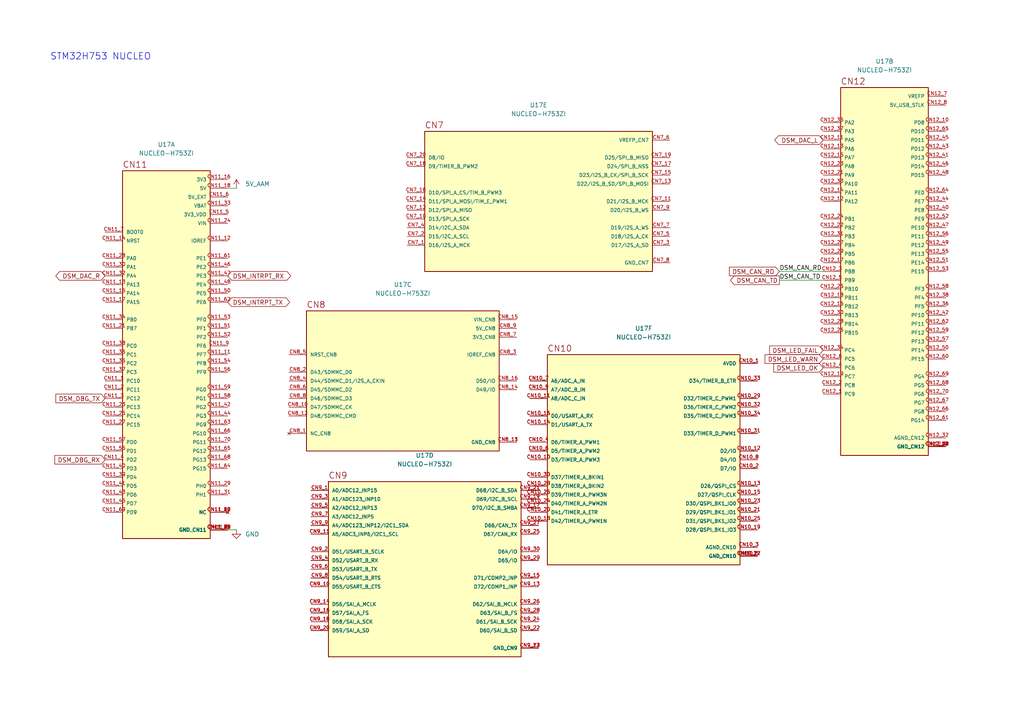
<source format=kicad_sch>
(kicad_sch (version 20250114) (generator "eeschema") (generator_version "9.0")
  (paper "A4")
  (lib_symbols
    (symbol "NUCLEO-H753ZI:NUCLEO-H753ZI" (pin_names (offset 1.016))
      (property "Reference" "U" (at -12.7 57.15 0))
      (property "Value" "NUCLEO-H753ZI" (at -12.7 -54.61 0))
      (symbol "NUCLEO-H753ZI_1_0"
        (rectangle (start -12.7 -53.34) (end 12.7 53.34) (stroke (width 0.254)) (fill (type background)))
        (text "CN11" (at -12.7 54.102 0) (effects (font (size 1.778 1.778)) (justify left bottom)))
        (pin input line (at -17.78 35.56 0) (length 5.08) (name "BOOT0") (number "CN11_7"))
        (pin input line (at -17.78 33.02 0) (length 5.08) (name "NRST") (number "CN11_14"))
        (pin bidirectional line (at -17.78 27.94 0) (length 5.08) (name "PA0") (number "CN11_28"))
        (pin bidirectional line (at -17.78 25.4 0) (length 5.08) (name "PA1") (number "CN11_30"))
        (pin bidirectional line (at -17.78 22.86 0) (length 5.08) (name "PA4") (number "CN11_32"))
        (pin bidirectional line (at -17.78 20.32 0) (length 5.08) (name "PA13") (number "CN11_13"))
        (pin bidirectional line (at -17.78 17.78 0) (length 5.08) (name "PA14") (number "CN11_15"))
        (pin bidirectional line (at -17.78 15.24 0) (length 5.08) (name "PA15") (number "CN11_17"))
        (pin bidirectional line (at -17.78 10.16 0) (length 5.08) (name "PB0") (number "CN11_34"))
        (pin bidirectional line (at -17.78 7.62 0) (length 5.08) (name "PB7") (number "CN11_21"))
        (pin bidirectional line (at -17.78 2.54 0) (length 5.08) (name "PC0") (number "CN11_38"))
        (pin bidirectional line (at -17.78 0 0) (length 5.08) (name "PC1") (number "CN11_36"))
        (pin bidirectional line (at -17.78 -2.54 0) (length 5.08) (name "PC2") (number "CN11_35"))
        (pin bidirectional line (at -17.78 -5.08 0) (length 5.08) (name "PC3") (number "CN11_37"))
        (pin bidirectional line (at -17.78 -7.62 0) (length 5.08) (name "PC10") (number "CN11_1"))
        (pin bidirectional line (at -17.78 -10.16 0) (length 5.08) (name "PC11") (number "CN11_2"))
        (pin bidirectional line (at -17.78 -12.7 0) (length 5.08) (name "PC12") (number "CN11_3"))
        (pin bidirectional line (at -17.78 -15.24 0) (length 5.08) (name "PC13") (number "CN11_23"))
        (pin bidirectional line (at -17.78 -17.78 0) (length 5.08) (name "PC14") (number "CN11_25"))
        (pin bidirectional line (at -17.78 -20.32 0) (length 5.08) (name "PC15") (number "CN11_27"))
        (pin bidirectional line (at -17.78 -25.4 0) (length 5.08) (name "PD0") (number "CN11_57"))
        (pin bidirectional line (at -17.78 -27.94 0) (length 5.08) (name "PD1") (number "CN11_55"))
        (pin bidirectional line (at -17.78 -30.48 0) (length 5.08) (name "PD2") (number "CN11_4"))
        (pin bidirectional line (at -17.78 -33.02 0) (length 5.08) (name "PD3") (number "CN11_40"))
        (pin bidirectional line (at -17.78 -35.56 0) (length 5.08) (name "PD4") (number "CN11_39"))
        (pin bidirectional line (at -17.78 -38.1 0) (length 5.08) (name "PD5") (number "CN11_41"))
        (pin bidirectional line (at -17.78 -40.64 0) (length 5.08) (name "PD6") (number "CN11_43"))
        (pin bidirectional line (at -17.78 -43.18 0) (length 5.08) (name "PD7") (number "CN11_45"))
        (pin bidirectional line (at -17.78 -45.72 0) (length 5.08) (name "PD9") (number "CN11_69"))
        (pin power_in line (at 17.78 50.8 180) (length 5.08) (name "3V3") (number "CN11_16"))
        (pin power_in line (at 17.78 48.26 180) (length 5.08) (name "5V") (number "CN11_18"))
        (pin power_in line (at 17.78 45.72 180) (length 5.08) (name "5V_EXT") (number "CN11_6"))
        (pin power_in line (at 17.78 43.18 180) (length 5.08) (name "VBAT") (number "CN11_33"))
        (pin power_in line (at 17.78 40.64 180) (length 5.08) (name "3V3_VDD") (number "CN11_5"))
        (pin power_in line (at 17.78 38.1 180) (length 5.08) (name "VIN") (number "CN11_24"))
        (pin bidirectional line (at 17.78 33.02 180) (length 5.08) (name "IOREF") (number "CN11_12"))
        (pin bidirectional line (at 17.78 27.94 180) (length 5.08) (name "PE1") (number "CN11_61"))
        (pin bidirectional line (at 17.78 25.4 180) (length 5.08) (name "PE2") (number "CN11_46"))
        (pin bidirectional line (at 17.78 22.86 180) (length 5.08) (name "PE3") (number "CN11_47"))
        (pin bidirectional line (at 17.78 20.32 180) (length 5.08) (name "PE4") (number "CN11_48"))
        (pin bidirectional line (at 17.78 17.78 180) (length 5.08) (name "PE5") (number "CN11_50"))
        (pin bidirectional line (at 17.78 15.24 180) (length 5.08) (name "PE6") (number "CN11_62"))
        (pin bidirectional line (at 17.78 10.16 180) (length 5.08) (name "PF0") (number "CN11_53"))
        (pin bidirectional line (at 17.78 7.62 180) (length 5.08) (name "PF1") (number "CN11_51"))
        (pin bidirectional line (at 17.78 5.08 180) (length 5.08) (name "PF2") (number "CN11_52"))
        (pin bidirectional line (at 17.78 2.54 180) (length 5.08) (name "PF6") (number "CN11_9"))
        (pin bidirectional line (at 17.78 0 180) (length 5.08) (name "PF7") (number "CN11_11"))
        (pin bidirectional line (at 17.78 -2.54 180) (length 5.08) (name "PF8") (number "CN11_54"))
        (pin bidirectional line (at 17.78 -5.08 180) (length 5.08) (name "PF9") (number "CN11_56"))
        (pin bidirectional line (at 17.78 -10.16 180) (length 5.08) (name "PG0") (number "CN11_59"))
        (pin bidirectional line (at 17.78 -12.7 180) (length 5.08) (name "PG1") (number "CN11_58"))
        (pin bidirectional line (at 17.78 -15.24 180) (length 5.08) (name "PG2") (number "CN11_42"))
        (pin bidirectional line (at 17.78 -17.78 180) (length 5.08) (name "PG3") (number "CN11_44"))
        (pin bidirectional line (at 17.78 -20.32 180) (length 5.08) (name "PG9") (number "CN11_63"))
        (pin bidirectional line (at 17.78 -22.86 180) (length 5.08) (name "PG10") (number "CN11_66"))
        (pin bidirectional line (at 17.78 -25.4 180) (length 5.08) (name "PG11") (number "CN11_70"))
        (pin bidirectional line (at 17.78 -27.94 180) (length 5.08) (name "PG12") (number "CN11_65"))
        (pin bidirectional line (at 17.78 -30.48 180) (length 5.08) (name "PG13") (number "CN11_68"))
        (pin bidirectional line (at 17.78 -33.02 180) (length 5.08) (name "PG15") (number "CN11_64"))
        (pin bidirectional line (at 17.78 -38.1 180) (length 5.08) (name "PH0") (number "CN11_29"))
        (pin bidirectional line (at 17.78 -40.64 180) (length 5.08) (name "PH1") (number "CN11_31"))
        (pin no_connect line (at 17.78 -45.72 180) (length 5.08) (name "NC") (number "CN11_10"))
        (pin no_connect line (at 17.78 -45.72 180) (length 5.08) (name "NC") (number "CN11_26"))
        (pin no_connect line (at 17.78 -45.72 180) (length 5.08) (name "NC") (number "CN11_67"))
        (pin power_in line (at 17.78 -50.8 180) (length 5.08) (name "GND_CN11") (number "CN11_19"))
        (pin power_in line (at 17.78 -50.8 180) (length 5.08) (name "GND_CN11") (number "CN11_20"))
        (pin power_in line (at 17.78 -50.8 180) (length 5.08) (name "GND_CN11") (number "CN11_22"))
        (pin power_in line (at 17.78 -50.8 180) (length 5.08) (name "GND_CN11") (number "CN11_49"))
        (pin power_in line (at 17.78 -50.8 180) (length 5.08) (name "GND_CN11") (number "CN11_60"))
        (pin power_in line (at 17.78 -50.8 180) (length 5.08) (name "GND_CN11") (number "CN11_71"))
        (pin power_in line (at 17.78 -50.8 180) (length 5.08) (name "GND_CN11") (number "CN11_72"))
        (pin power_in line (at 17.78 -50.8 180) (length 5.08) (name "GND_CN11") (number "CN11_8"))
      )
      (symbol "NUCLEO-H753ZI_2_0"
        (rectangle (start -12.7 -53.34) (end 12.7 53.34) (stroke (width 0.254)) (fill (type background)))
        (text "CN12" (at -12.7 54.102 0) (effects (font (size 1.778 1.778)) (justify left bottom)))
        (pin bidirectional line (at -17.78 43.18 0) (length 5.08) (name "PA2") (number "CN12_35"))
        (pin bidirectional line (at -17.78 40.64 0) (length 5.08) (name "PA3") (number "CN12_37"))
        (pin bidirectional line (at -17.78 38.1 0) (length 5.08) (name "PA5") (number "CN12_11"))
        (pin bidirectional line (at -17.78 35.56 0) (length 5.08) (name "PA6") (number "CN12_13"))
        (pin bidirectional line (at -17.78 33.02 0) (length 5.08) (name "PA7") (number "CN12_15"))
        (pin bidirectional line (at -17.78 30.48 0) (length 5.08) (name "PA8") (number "CN12_23"))
        (pin bidirectional line (at -17.78 27.94 0) (length 5.08) (name "PA9") (number "CN12_21"))
        (pin bidirectional line (at -17.78 25.4 0) (length 5.08) (name "PA10") (number "CN12_33"))
        (pin bidirectional line (at -17.78 22.86 0) (length 5.08) (name "PA11") (number "CN12_14"))
        (pin bidirectional line (at -17.78 20.32 0) (length 5.08) (name "PA12") (number "CN12_12"))
        (pin bidirectional line (at -17.78 15.24 0) (length 5.08) (name "PB1") (number "CN12_24"))
        (pin bidirectional line (at -17.78 12.7 0) (length 5.08) (name "PB2") (number "CN12_22"))
        (pin bidirectional line (at -17.78 10.16 0) (length 5.08) (name "PB3") (number "CN12_31"))
        (pin bidirectional line (at -17.78 7.62 0) (length 5.08) (name "PB4") (number "CN12_27"))
        (pin bidirectional line (at -17.78 5.08 0) (length 5.08) (name "PB5") (number "CN12_29"))
        (pin bidirectional line (at -17.78 2.54 0) (length 5.08) (name "PB6") (number "CN12_17"))
        (pin bidirectional line (at -17.78 0 0) (length 5.08) (name "PB8") (number "CN12_3"))
        (pin bidirectional line (at -17.78 -2.54 0) (length 5.08) (name "PB9") (number "CN12_5"))
        (pin bidirectional line (at -17.78 -5.08 0) (length 5.08) (name "PB10") (number "CN12_25"))
        (pin bidirectional line (at -17.78 -7.62 0) (length 5.08) (name "PB11") (number "CN12_18"))
        (pin bidirectional line (at -17.78 -10.16 0) (length 5.08) (name "PB12") (number "CN12_16"))
        (pin bidirectional line (at -17.78 -12.7 0) (length 5.08) (name "PB13") (number "CN12_30"))
        (pin bidirectional line (at -17.78 -15.24 0) (length 5.08) (name "PB14") (number "CN12_28"))
        (pin bidirectional line (at -17.78 -17.78 0) (length 5.08) (name "PB15") (number "CN12_26"))
        (pin bidirectional line (at -17.78 -22.86 0) (length 5.08) (name "PC4") (number "CN12_34"))
        (pin bidirectional line (at -17.78 -25.4 0) (length 5.08) (name "PC5") (number "CN12_6"))
        (pin bidirectional line (at -17.78 -27.94 0) (length 5.08) (name "PC6") (number "CN12_4"))
        (pin bidirectional line (at -17.78 -30.48 0) (length 5.08) (name "PC7") (number "CN12_19"))
        (pin bidirectional line (at -17.78 -33.02 0) (length 5.08) (name "PC8") (number "CN12_2"))
        (pin bidirectional line (at -17.78 -35.56 0) (length 5.08) (name "PC9") (number "CN12_1"))
        (pin power_in line (at 17.78 50.8 180) (length 5.08) (name "VREFP") (number "CN12_7"))
        (pin power_in line (at 17.78 48.26 180) (length 5.08) (name "5V_USB_STLK") (number "CN12_8"))
        (pin bidirectional line (at 17.78 43.18 180) (length 5.08) (name "PD8") (number "CN12_10"))
        (pin bidirectional line (at 17.78 40.64 180) (length 5.08) (name "PD10") (number "CN12_65"))
        (pin bidirectional line (at 17.78 38.1 180) (length 5.08) (name "PD11") (number "CN12_45"))
        (pin bidirectional line (at 17.78 35.56 180) (length 5.08) (name "PD12") (number "CN12_43"))
        (pin bidirectional line (at 17.78 33.02 180) (length 5.08) (name "PD13") (number "CN12_41"))
        (pin bidirectional line (at 17.78 30.48 180) (length 5.08) (name "PD14") (number "CN12_46"))
        (pin bidirectional line (at 17.78 27.94 180) (length 5.08) (name "PD15") (number "CN12_48"))
        (pin bidirectional line (at 17.78 22.86 180) (length 5.08) (name "PE0") (number "CN12_64"))
        (pin bidirectional line (at 17.78 20.32 180) (length 5.08) (name "PE7") (number "CN12_44"))
        (pin bidirectional line (at 17.78 17.78 180) (length 5.08) (name "PE8") (number "CN12_40"))
        (pin bidirectional line (at 17.78 15.24 180) (length 5.08) (name "PE9") (number "CN12_52"))
        (pin bidirectional line (at 17.78 12.7 180) (length 5.08) (name "PE10") (number "CN12_47"))
        (pin bidirectional line (at 17.78 10.16 180) (length 5.08) (name "PE11") (number "CN12_56"))
        (pin bidirectional line (at 17.78 7.62 180) (length 5.08) (name "PE12") (number "CN12_49"))
        (pin bidirectional line (at 17.78 5.08 180) (length 5.08) (name "PE13") (number "CN12_55"))
        (pin bidirectional line (at 17.78 2.54 180) (length 5.08) (name "PE14") (number "CN12_51"))
        (pin bidirectional line (at 17.78 0 180) (length 5.08) (name "PE15") (number "CN12_53"))
        (pin bidirectional line (at 17.78 -5.08 180) (length 5.08) (name "PF3") (number "CN12_58"))
        (pin bidirectional line (at 17.78 -7.62 180) (length 5.08) (name "PF4") (number "CN12_38"))
        (pin bidirectional line (at 17.78 -10.16 180) (length 5.08) (name "PF5") (number "CN12_36"))
        (pin bidirectional line (at 17.78 -12.7 180) (length 5.08) (name "PF10") (number "CN12_42"))
        (pin bidirectional line (at 17.78 -15.24 180) (length 5.08) (name "PF11") (number "CN12_62"))
        (pin bidirectional line (at 17.78 -17.78 180) (length 5.08) (name "PF12") (number "CN12_59"))
        (pin bidirectional line (at 17.78 -20.32 180) (length 5.08) (name "PF13") (number "CN12_57"))
        (pin bidirectional line (at 17.78 -22.86 180) (length 5.08) (name "PF14") (number "CN12_50"))
        (pin bidirectional line (at 17.78 -25.4 180) (length 5.08) (name "PF15") (number "CN12_60"))
        (pin bidirectional line (at 17.78 -30.48 180) (length 5.08) (name "PG4") (number "CN12_69"))
        (pin bidirectional line (at 17.78 -33.02 180) (length 5.08) (name "PG5") (number "CN12_68"))
        (pin bidirectional line (at 17.78 -35.56 180) (length 5.08) (name "PG6") (number "CN12_70"))
        (pin bidirectional line (at 17.78 -38.1 180) (length 5.08) (name "PG7") (number "CN12_67"))
        (pin bidirectional line (at 17.78 -40.64 180) (length 5.08) (name "PG8") (number "CN12_66"))
        (pin bidirectional line (at 17.78 -43.18 180) (length 5.08) (name "PG14") (number "CN12_61"))
        (pin power_in line (at 17.78 -48.26 180) (length 5.08) (name "AGND_CN12") (number "CN12_32"))
        (pin power_in line (at 17.78 -50.8 180) (length 5.08) (name "GND_CN12") (number "CN12_20"))
        (pin power_in line (at 17.78 -50.8 180) (length 5.08) (name "GND_CN12") (number "CN12_39"))
        (pin power_in line (at 17.78 -50.8 180) (length 5.08) (name "GND_CN12") (number "CN12_54"))
        (pin power_in line (at 17.78 -50.8 180) (length 5.08) (name "GND_CN12") (number "CN12_63"))
        (pin power_in line (at 17.78 -50.8 180) (length 5.08) (name "GND_CN12") (number "CN12_71"))
        (pin power_in line (at 17.78 -50.8 180) (length 5.08) (name "GND_CN12") (number "CN12_72"))
        (pin power_in line (at 17.78 -50.8 180) (length 5.08) (name "GND_CN12") (number "CN12_9"))
      )
      (symbol "NUCLEO-H753ZI_3_0"
        (rectangle (start -27.94 -20.32) (end 27.94 20.32) (stroke (width 0.254)) (fill (type background)))
        (text "CN8" (at -27.94 21.082 0) (effects (font (size 1.778 1.778)) (justify left bottom)))
        (pin input line (at -33.02 7.62 0) (length 5.08) (name "NRST_CN8") (number "CN8_5"))
        (pin bidirectional line (at -33.02 2.54 0) (length 5.08) (name "D43/SDMMC_D0") (number "CN8_2"))
        (pin bidirectional line (at -33.02 0 0) (length 5.08) (name "D44/SDMMC_D1/I2S_A_CKIN") (number "CN8_4"))
        (pin bidirectional line (at -33.02 -2.54 0) (length 5.08) (name "D45/SDMMC_D2") (number "CN8_6"))
        (pin bidirectional line (at -33.02 -5.08 0) (length 5.08) (name "D46/SDMMC_D3") (number "CN8_8"))
        (pin bidirectional line (at -33.02 -7.62 0) (length 5.08) (name "D47/SDMMC_CK") (number "CN8_10"))
        (pin bidirectional line (at -33.02 -10.16 0) (length 5.08) (name "D48/SDMMC_CMD") (number "CN8_12"))
        (pin no_connect line (at -33.02 -15.24 0) (length 5.08) (name "NC_CN8") (number "CN8_1"))
        (pin power_in line (at 33.02 17.78 180) (length 5.08) (name "VIN_CN8") (number "CN8_15"))
        (pin power_in line (at 33.02 15.24 180) (length 5.08) (name "5V_CN8") (number "CN8_9"))
        (pin power_in line (at 33.02 12.7 180) (length 5.08) (name "3V3_CN8") (number "CN8_7"))
        (pin bidirectional line (at 33.02 7.62 180) (length 5.08) (name "IOREF_CN8") (number "CN8_3"))
        (pin bidirectional line (at 33.02 0 180) (length 5.08) (name "D50/IO") (number "CN8_16"))
        (pin bidirectional line (at 33.02 -2.54 180) (length 5.08) (name "D49/IO") (number "CN8_14"))
        (pin power_in line (at 33.02 -17.78 180) (length 5.08) (name "GND_CN8") (number "CN8_11"))
        (pin power_in line (at 33.02 -17.78 180) (length 5.08) (name "GND_CN8") (number "CN8_13"))
      )
      (symbol "NUCLEO-H753ZI_4_0"
        (rectangle (start -27.94 -25.4) (end 27.94 25.4) (stroke (width 0.254)) (fill (type background)))
        (text "CN9" (at -27.94 26.162 0) (effects (font (size 1.778 1.778)) (justify left bottom)))
        (pin input line (at -33.02 22.86 0) (length 5.08) (name "A0/ADC12_INP15") (number "CN9_1"))
        (pin input line (at -33.02 20.32 0) (length 5.08) (name "A1/ADC123_INP10") (number "CN9_3"))
        (pin input line (at -33.02 17.78 0) (length 5.08) (name "A2/ADC12_INP13") (number "CN9_5"))
        (pin input line (at -33.02 15.24 0) (length 5.08) (name "A3/ADC12_INP5") (number "CN9_7"))
        (pin input line (at -33.02 12.7 0) (length 5.08) (name "A4/ADC123_INP12/I2C1_SDA") (number "CN9_9"))
        (pin input line (at -33.02 10.16 0) (length 5.08) (name "A5/ADC3_INP6/I2C1_SCL") (number "CN9_11"))
        (pin bidirectional line (at -33.02 5.08 0) (length 5.08) (name "D51/USART_B_SCLK") (number "CN9_2"))
        (pin bidirectional line (at -33.02 2.54 0) (length 5.08) (name "D52/USART_B_RX") (number "CN9_4"))
        (pin bidirectional line (at -33.02 0 0) (length 5.08) (name "D53/USART_B_TX") (number "CN9_6"))
        (pin bidirectional line (at -33.02 -2.54 0) (length 5.08) (name "D54/USART_B_RTS") (number "CN9_8"))
        (pin bidirectional line (at -33.02 -5.08 0) (length 5.08) (name "D55/USART_B_CTS") (number "CN9_10"))
        (pin bidirectional line (at -33.02 -10.16 0) (length 5.08) (name "D56/SAI_A_MCLK") (number "CN9_14"))
        (pin bidirectional line (at -33.02 -12.7 0) (length 5.08) (name "D57/SAI_A_FS") (number "CN9_16"))
        (pin bidirectional line (at -33.02 -15.24 0) (length 5.08) (name "D58/SAI_A_SCK") (number "CN9_18"))
        (pin bidirectional line (at -33.02 -17.78 0) (length 5.08) (name "D59/SAI_A_SD") (number "CN9_20"))
        (pin bidirectional line (at 33.02 22.86 180) (length 5.08) (name "D68/I2C_B_SDA") (number "CN9_21"))
        (pin bidirectional line (at 33.02 20.32 180) (length 5.08) (name "D69/I2C_B_SCL") (number "CN9_19"))
        (pin bidirectional line (at 33.02 17.78 180) (length 5.08) (name "D70/I2C_B_SMBA") (number "CN9_17"))
        (pin output line (at 33.02 12.7 180) (length 5.08) (name "D66/CAN_TX") (number "CN9_27"))
        (pin input line (at 33.02 10.16 180) (length 5.08) (name "D67/CAN_RX") (number "CN9_25"))
        (pin bidirectional line (at 33.02 5.08 180) (length 5.08) (name "D64/IO") (number "CN9_30"))
        (pin bidirectional line (at 33.02 2.54 180) (length 5.08) (name "D65/IO") (number "CN9_29"))
        (pin bidirectional line (at 33.02 -2.54 180) (length 5.08) (name "D71/COMP2_INP") (number "CN9_15"))
        (pin bidirectional line (at 33.02 -5.08 180) (length 5.08) (name "D72/COMP1_INP") (number "CN9_13"))
        (pin bidirectional line (at 33.02 -10.16 180) (length 5.08) (name "D62/SAI_B_MCLK") (number "CN9_26"))
        (pin bidirectional line (at 33.02 -12.7 180) (length 5.08) (name "D63/SAI_B_FS") (number "CN9_28"))
        (pin bidirectional line (at 33.02 -15.24 180) (length 5.08) (name "D61/SAI_B_SCK") (number "CN9_24"))
        (pin bidirectional line (at 33.02 -17.78 180) (length 5.08) (name "D60/SAI_B_SD") (number "CN9_22"))
        (pin power_in line (at 33.02 -22.86 180) (length 5.08) (name "GND_CN9") (number "CN9_12"))
        (pin power_in line (at 33.02 -22.86 180) (length 5.08) (name "GND_CN9") (number "CN9_23"))
      )
      (symbol "NUCLEO-H753ZI_5_0"
        (rectangle (start -33.02 -20.32) (end 33.02 20.32) (stroke (width 0.254)) (fill (type background)))
        (text "CN7" (at -33.02 21.082 0) (effects (font (size 1.778 1.778)) (justify left bottom)))
        (pin bidirectional line (at -38.1 12.7 0) (length 5.08) (name "D8/IO") (number "CN7_20"))
        (pin bidirectional line (at -38.1 10.16 0) (length 5.08) (name "D9/TIMER_B_PWM2") (number "CN7_18"))
        (pin bidirectional line (at -38.1 2.54 0) (length 5.08) (name "D10/SPI_A_CS/TIM_B_PWM3") (number "CN7_16"))
        (pin bidirectional line (at -38.1 0 0) (length 5.08) (name "D11/SPI_A_MOSI/TIM_E_PWM1") (number "CN7_14"))
        (pin bidirectional line (at -38.1 -2.54 0) (length 5.08) (name "D12/SPI_A_MISO") (number "CN7_12"))
        (pin bidirectional line (at -38.1 -5.08 0) (length 5.08) (name "D13/SPI_A_SCK") (number "CN7_10"))
        (pin bidirectional line (at -38.1 -7.62 0) (length 5.08) (name "D14/I2C_A_SDA") (number "CN7_4"))
        (pin bidirectional line (at -38.1 -10.16 0) (length 5.08) (name "D15/I2C_A_SCL") (number "CN7_2"))
        (pin bidirectional line (at -38.1 -12.7 0) (length 5.08) (name "D16/I2S_A_MCK") (number "CN7_1"))
        (pin power_in line (at 38.1 17.78 180) (length 5.08) (name "VREFP_CN7") (number "CN7_6"))
        (pin bidirectional line (at 38.1 12.7 180) (length 5.08) (name "D25/SPI_B_MISO") (number "CN7_19"))
        (pin bidirectional line (at 38.1 10.16 180) (length 5.08) (name "D24/SPI_B_NSS") (number "CN7_17"))
        (pin bidirectional line (at 38.1 7.62 180) (length 5.08) (name "D23/I2S_B_CK/SPI_B_SCK") (number "CN7_15"))
        (pin bidirectional line (at 38.1 5.08 180) (length 5.08) (name "D22/I2S_B_SD/SPI_B_MOSI") (number "CN7_13"))
        (pin bidirectional line (at 38.1 0 180) (length 5.08) (name "D21/I2S_B_MCK") (number "CN7_11"))
        (pin bidirectional line (at 38.1 -2.54 180) (length 5.08) (name "D20/I2S_B_WS") (number "CN7_9"))
        (pin bidirectional line (at 38.1 -7.62 180) (length 5.08) (name "D19/I2S_A_WS") (number "CN7_7"))
        (pin bidirectional line (at 38.1 -10.16 180) (length 5.08) (name "D18/I2S_A_CK") (number "CN7_5"))
        (pin bidirectional line (at 38.1 -12.7 180) (length 5.08) (name "D17/I2S_A_SD") (number "CN7_3"))
        (pin power_in line (at 38.1 -17.78 180) (length 5.08) (name "GND_CN7") (number "CN7_8"))
      )
      (symbol "NUCLEO-H753ZI_6_0"
        (rectangle (start -27.94 -30.48) (end 27.94 30.48) (stroke (width 0.254)) (fill (type background)))
        (text "CN10" (at -27.94 31.242 0) (effects (font (size 1.778 1.778)) (justify left bottom)))
        (pin input line (at -33.02 22.86 0) (length 5.08) (name "A6/ADC_A_IN") (number "CN10_7"))
        (pin input line (at -33.02 20.32 0) (length 5.08) (name "A7/ADC_B_IN") (number "CN10_9"))
        (pin input line (at -33.02 17.78 0) (length 5.08) (name "A8/ADC_C_IN") (number "CN10_11"))
        (pin input line (at -33.02 12.7 0) (length 5.08) (name "D0/USART_A_RX") (number "CN10_16"))
        (pin output line (at -33.02 10.16 0) (length 5.08) (name "D1/USART_A_TX") (number "CN10_14"))
        (pin bidirectional line (at -33.02 5.08 0) (length 5.08) (name "D6/TIMER_A_PWM1") (number "CN10_4"))
        (pin bidirectional line (at -33.02 2.54 0) (length 5.08) (name "D5/TIMER_A_PWM2") (number "CN10_6"))
        (pin bidirectional line (at -33.02 0 0) (length 5.08) (name "D3/TIMER_A_PWM3") (number "CN10_10"))
        (pin bidirectional line (at -33.02 -5.08 0) (length 5.08) (name "D37/TIMER_A_BKIN1") (number "CN10_30"))
        (pin bidirectional line (at -33.02 -7.62 0) (length 5.08) (name "D38/TIMER_A_BKIN2") (number "CN10_28"))
        (pin bidirectional line (at -33.02 -10.16 0) (length 5.08) (name "D39/TIMER_A_PWM3N") (number "CN10_26"))
        (pin bidirectional line (at -33.02 -12.7 0) (length 5.08) (name "D40/TIMER_A_PWM2N") (number "CN10_24"))
        (pin bidirectional line (at -33.02 -15.24 0) (length 5.08) (name "D41/TIMER_A_ETR") (number "CN10_20"))
        (pin bidirectional line (at -33.02 -17.78 0) (length 5.08) (name "D42/TIMER_A_PWM1N") (number "CN10_18"))
        (pin power_in line (at 33.02 27.94 180) (length 5.08) (name "AVDD") (number "CN10_1"))
        (pin bidirectional line (at 33.02 22.86 180) (length 5.08) (name "D34/TIMER_B_ETR") (number "CN10_33"))
        (pin bidirectional line (at 33.02 17.78 180) (length 5.08) (name "D32/TIMER_C_PWM1") (number "CN10_29"))
        (pin bidirectional line (at 33.02 15.24 180) (length 5.08) (name "D36/TIMER_C_PWM2") (number "CN10_32"))
        (pin bidirectional line (at 33.02 12.7 180) (length 5.08) (name "D35/TIMER_C_PWM3") (number "CN10_34"))
        (pin bidirectional line (at 33.02 7.62 180) (length 5.08) (name "D33/TIMER_D_PWM1") (number "CN10_31"))
        (pin bidirectional line (at 33.02 2.54 180) (length 5.08) (name "D2/IO") (number "CN10_12"))
        (pin bidirectional line (at 33.02 0 180) (length 5.08) (name "D4/IO") (number "CN10_8"))
        (pin bidirectional line (at 33.02 -2.54 180) (length 5.08) (name "D7/IO") (number "CN10_2"))
        (pin bidirectional line (at 33.02 -7.62 180) (length 5.08) (name "D26/QSPI_CS") (number "CN10_13"))
        (pin bidirectional line (at 33.02 -10.16 180) (length 5.08) (name "D27/QSPI_CLK") (number "CN10_15"))
        (pin bidirectional line (at 33.02 -12.7 180) (length 5.08) (name "D30/QSPI_BK1_IO0") (number "CN10_23"))
        (pin bidirectional line (at 33.02 -15.24 180) (length 5.08) (name "D29/QSPI_BK1_IO1") (number "CN10_21"))
        (pin bidirectional line (at 33.02 -17.78 180) (length 5.08) (name "D31/QSPI_BK1_IO2") (number "CN10_25"))
        (pin bidirectional line (at 33.02 -20.32 180) (length 5.08) (name "D28/QSPI_BK1_IO3") (number "CN10_19"))
        (pin power_in line (at 33.02 -25.4 180) (length 5.08) (name "AGND_CN10") (number "CN10_3"))
        (pin power_in line (at 33.02 -27.94 180) (length 5.08) (name "GND_CN10") (number "CN10_17"))
        (pin power_in line (at 33.02 -27.94 180) (length 5.08) (name "GND_CN10") (number "CN10_22"))
        (pin power_in line (at 33.02 -27.94 180) (length 5.08) (name "GND_CN10") (number "CN10_27"))
        (pin power_in line (at 33.02 -27.94 180) (length 5.08) (name "GND_CN10") (number "CN10_5"))
      )
    )
    (symbol "power:+5V" (power) (pin_numbers (hide yes)) (pin_names (offset 0) (hide yes))
      (property "Value" "+5V" (at 0 3.556 0))
      (symbol "+5V_0_1"
        (polyline (pts (xy -0.762 1.27) (xy 0 2.54)))
        (polyline (pts (xy 0 2.54) (xy 0.762 1.27)))
        (polyline (pts (xy 0 0) (xy 0 2.54)))
      )
      (symbol "+5V_1_1"
        (pin power_in line (at 0 0 90) (length 0) (name "~") (number "1"))
      )
    )
    (symbol "power:GND" (power) (pin_numbers (hide yes)) (pin_names (offset 0) (hide yes))
      (property "Value" "GND" (at 0 -3.81 0))
      (symbol "GND_0_1"
        (polyline (pts (xy 0 0) (xy 0 -1.27) (xy 1.27 -1.27) (xy 0 -2.54) (xy -1.27 -1.27) (xy 0 -1.27)))
      )
      (symbol "GND_1_1"
        (pin power_in line (at 0 0 270) (length 0) (name "~") (number "1"))
      )
    )
  )
  (text "STM32H753 NUCLEO" (at 29.21 16.51 0) (effects (font (size 1.905 1.905))))
  (wire (pts (xy 66.04 54.61) (xy 68.58 54.61)))
  (wire (pts (xy 66.04 153.67) (xy 68.58 153.67)))
  (wire (pts (xy 226.06 81.28) (xy 238.76 81.28)))
  (wire (pts (xy 226.06 78.74) (xy 238.76 78.74)))
  (label "DSM_CAN_TD" (at 226.06 81.28 0))
  (label "DSM_CAN_RD" (at 226.06 78.74 0))
  (global_label "DSM_DBG_RX" (shape input) (at 30.48 133.35 180) (property "Intersheetrefs" "${INTERSHEET_REFS}" (effects (hide yes))))
  (global_label "DSM_LED_WARN" (shape input) (at 238.76 104.14 180) (property "Intersheetrefs" "${INTERSHEET_REFS}" (effects (hide yes))))
  (global_label "DSM_INTRPT_TX" (shape bidirectional) (at 66.04 87.63 0) (property "Intersheetrefs" "${INTERSHEET_REFS}" (effects (hide yes))))
  (global_label "DSM_LED_FAIL" (shape input) (at 238.76 101.6 180) (property "Intersheetrefs" "${INTERSHEET_REFS}" (effects (hide yes))))
  (global_label "DSM_LED_OK" (shape input) (at 238.76 106.68 180) (property "Intersheetrefs" "${INTERSHEET_REFS}" (effects (hide yes))))
  (global_label "DSM_CAN_RD" (shape input) (at 226.06 78.74 180) (property "Intersheetrefs" "${INTERSHEET_REFS}" (effects (hide yes))))
  (global_label "DSM_DBG_TX" (shape input) (at 30.48 115.57 180) (property "Intersheetrefs" "${INTERSHEET_REFS}" (effects (hide yes))))
  (global_label "DSM_CAN_TD" (shape output) (at 226.06 81.28 180) (property "Intersheetrefs" "${INTERSHEET_REFS}" (effects (hide yes))))
  (global_label "DSM_DAC_R" (shape bidirectional) (at 30.48 80.01 180) (property "Intersheetrefs" "${INTERSHEET_REFS}" (effects (hide yes))))
  (global_label "DSM_DAC_L" (shape bidirectional) (at 238.76 40.64 180) (property "Intersheetrefs" "${INTERSHEET_REFS}" (effects (hide yes))))
  (global_label "DSM_INTRPT_RX" (shape bidirectional) (at 66.04 80.01 0) (property "Intersheetrefs" "${INTERSHEET_REFS}" (effects (hide yes))))
  (symbol (lib_id "power:GND") (at 68.58 153.67 0) (unit 1)
    (property "Reference" "#PWR0103" (effects (hide yes)))
    (property "Value" "GND" (at 71.12 154.9399 0) (effects (justify left)))
    (property "Description" "Power symbol creates a global label with name \"GND\" , ground" (effects (hide yes)))
  )
  (symbol (lib_id "NUCLEO-H753ZI:NUCLEO-H753ZI") (at 156.21 58.42 0) (unit 5)
    (property "Reference" "U17" (at 156.21 30.48 0))
    (property "Value" "NUCLEO-H753ZI" (at 156.21 33.02 0))
    (property "Footprint" "NUCLEO-H753ZI:MODULE_NUCLEO-H753ZI" (effects (hide yes)))
    (property "MF" "STMicroelectronics" (effects (hide yes)))
    (property "Description_1" "STM32H753ZI Nucleo-144 STM32H7 ARM® Cortex®-M7 MCU 32-Bit Embedded Evaluation Board" (effects (hide yes)))
    (property "Package" "None" (effects (hide yes)))
    (property "Price" "None" (effects (hide yes)))
    (property "Check_prices" "https://www.snapeda.com/parts/NUCLEO-H753ZI/STMicroelectronics/view-part/?ref=eda" (effects (hide yes)))
    (property "STANDARD" "Manufacturer Recommendations" (effects (hide yes)))
    (property "PARTREV" "Rev. 2" (effects (hide yes)))
    (property "SnapEDA_Link" "https://www.snapeda.com/parts/NUCLEO-H753ZI/STMicroelectronics/view-part/?ref=snap" (effects (hide yes)))
    (property "MP" "NUCLEO-H753ZI" (effects (hide yes)))
    (property "Availability" "In Stock" (effects (hide yes)))
    (property "MANUFACTURER" "STMicroelectronics" (effects (hide yes)))
  )
  (symbol (lib_id "NUCLEO-H753ZI:NUCLEO-H753ZI") (at 48.26 102.87 0) (unit 1)
    (property "Reference" "U17" (at 48.26 41.91 0))
    (property "Value" "NUCLEO-H753ZI" (at 48.26 44.45 0))
    (property "Footprint" "NUCLEO-H753ZI:MODULE_NUCLEO-H753ZI" (effects (hide yes)))
    (property "MF" "STMicroelectronics" (effects (hide yes)))
    (property "Description_1" "STM32H753ZI Nucleo-144 STM32H7 ARM® Cortex®-M7 MCU 32-Bit Embedded Evaluation Board" (effects (hide yes)))
    (property "Package" "None" (effects (hide yes)))
    (property "Price" "None" (effects (hide yes)))
    (property "Check_prices" "https://www.snapeda.com/parts/NUCLEO-H753ZI/STMicroelectronics/view-part/?ref=eda" (effects (hide yes)))
    (property "STANDARD" "Manufacturer Recommendations" (effects (hide yes)))
    (property "PARTREV" "Rev. 2" (effects (hide yes)))
    (property "SnapEDA_Link" "https://www.snapeda.com/parts/NUCLEO-H753ZI/STMicroelectronics/view-part/?ref=snap" (effects (hide yes)))
    (property "MP" "NUCLEO-H753ZI" (effects (hide yes)))
    (property "Availability" "In Stock" (effects (hide yes)))
    (property "MANUFACTURER" "STMicroelectronics" (effects (hide yes)))
  )
  (symbol (lib_id "NUCLEO-H753ZI:NUCLEO-H753ZI") (at 256.54 78.74 0) (unit 2)
    (property "Reference" "U17" (at 256.54 17.78 0))
    (property "Value" "NUCLEO-H753ZI" (at 256.54 20.32 0))
    (property "Footprint" "NUCLEO-H753ZI:MODULE_NUCLEO-H753ZI" (effects (hide yes)))
    (property "MF" "STMicroelectronics" (effects (hide yes)))
    (property "Description_1" "STM32H753ZI Nucleo-144 STM32H7 ARM® Cortex®-M7 MCU 32-Bit Embedded Evaluation Board" (effects (hide yes)))
    (property "Package" "None" (effects (hide yes)))
    (property "Price" "None" (effects (hide yes)))
    (property "Check_prices" "https://www.snapeda.com/parts/NUCLEO-H753ZI/STMicroelectronics/view-part/?ref=eda" (effects (hide yes)))
    (property "STANDARD" "Manufacturer Recommendations" (effects (hide yes)))
    (property "PARTREV" "Rev. 2" (effects (hide yes)))
    (property "SnapEDA_Link" "https://www.snapeda.com/parts/NUCLEO-H753ZI/STMicroelectronics/view-part/?ref=snap" (effects (hide yes)))
    (property "MP" "NUCLEO-H753ZI" (effects (hide yes)))
    (property "Availability" "In Stock" (effects (hide yes)))
    (property "MANUFACTURER" "STMicroelectronics" (effects (hide yes)))
  )
  (symbol (lib_id "power:+5V") (at 68.58 54.61 0) (unit 1)
    (property "Reference" "#PWR0102" (effects (hide yes)))
    (property "Value" "5V_AAM" (at 71.12 53.3399 0) (effects (justify left)))
    (property "Description" "Power symbol creates a global label with name \"+5V\"" (effects (hide yes)))
  )
  (symbol (lib_id "NUCLEO-H753ZI:NUCLEO-H753ZI") (at 116.84 110.49 0) (unit 3)
    (property "Reference" "U17" (at 116.84 82.55 0))
    (property "Value" "NUCLEO-H753ZI" (at 116.84 85.09 0))
    (property "Footprint" "NUCLEO-H753ZI:MODULE_NUCLEO-H753ZI" (effects (hide yes)))
    (property "MF" "STMicroelectronics" (effects (hide yes)))
    (property "Description_1" "STM32H753ZI Nucleo-144 STM32H7 ARM® Cortex®-M7 MCU 32-Bit Embedded Evaluation Board" (effects (hide yes)))
    (property "Package" "None" (effects (hide yes)))
    (property "Price" "None" (effects (hide yes)))
    (property "Check_prices" "https://www.snapeda.com/parts/NUCLEO-H753ZI/STMicroelectronics/view-part/?ref=eda" (effects (hide yes)))
    (property "STANDARD" "Manufacturer Recommendations" (effects (hide yes)))
    (property "PARTREV" "Rev. 2" (effects (hide yes)))
    (property "SnapEDA_Link" "https://www.snapeda.com/parts/NUCLEO-H753ZI/STMicroelectronics/view-part/?ref=snap" (effects (hide yes)))
    (property "MP" "NUCLEO-H753ZI" (effects (hide yes)))
    (property "Availability" "In Stock" (effects (hide yes)))
    (property "MANUFACTURER" "STMicroelectronics" (effects (hide yes)))
  )
  (symbol (lib_id "NUCLEO-H753ZI:NUCLEO-H753ZI") (at 186.69 133.35 0) (unit 6)
    (property "Reference" "U17" (at 186.69 95.25 0))
    (property "Value" "NUCLEO-H753ZI" (at 186.69 97.79 0))
    (property "Footprint" "NUCLEO-H753ZI:MODULE_NUCLEO-H753ZI" (effects (hide yes)))
    (property "MF" "STMicroelectronics" (effects (hide yes)))
    (property "Description_1" "STM32H753ZI Nucleo-144 STM32H7 ARM® Cortex®-M7 MCU 32-Bit Embedded Evaluation Board" (effects (hide yes)))
    (property "Package" "None" (effects (hide yes)))
    (property "Price" "None" (effects (hide yes)))
    (property "Check_prices" "https://www.snapeda.com/parts/NUCLEO-H753ZI/STMicroelectronics/view-part/?ref=eda" (effects (hide yes)))
    (property "STANDARD" "Manufacturer Recommendations" (effects (hide yes)))
    (property "PARTREV" "Rev. 2" (effects (hide yes)))
    (property "SnapEDA_Link" "https://www.snapeda.com/parts/NUCLEO-H753ZI/STMicroelectronics/view-part/?ref=snap" (effects (hide yes)))
    (property "MP" "NUCLEO-H753ZI" (effects (hide yes)))
    (property "Availability" "In Stock" (effects (hide yes)))
    (property "MANUFACTURER" "STMicroelectronics" (effects (hide yes)))
  )
  (symbol (lib_id "NUCLEO-H753ZI:NUCLEO-H753ZI") (at 123.19 165.1 0) (unit 4)
    (property "Reference" "U17" (at 123.19 132.08 0))
    (property "Value" "NUCLEO-H753ZI" (at 123.19 134.62 0))
    (property "Footprint" "NUCLEO-H753ZI:MODULE_NUCLEO-H753ZI" (effects (hide yes)))
    (property "MF" "STMicroelectronics" (effects (hide yes)))
    (property "Description_1" "STM32H753ZI Nucleo-144 STM32H7 ARM® Cortex®-M7 MCU 32-Bit Embedded Evaluation Board" (effects (hide yes)))
    (property "Package" "None" (effects (hide yes)))
    (property "Price" "None" (effects (hide yes)))
    (property "Check_prices" "https://www.snapeda.com/parts/NUCLEO-H753ZI/STMicroelectronics/view-part/?ref=eda" (effects (hide yes)))
    (property "STANDARD" "Manufacturer Recommendations" (effects (hide yes)))
    (property "PARTREV" "Rev. 2" (effects (hide yes)))
    (property "SnapEDA_Link" "https://www.snapeda.com/parts/NUCLEO-H753ZI/STMicroelectronics/view-part/?ref=snap" (effects (hide yes)))
    (property "MP" "NUCLEO-H753ZI" (effects (hide yes)))
    (property "Availability" "In Stock" (effects (hide yes)))
    (property "MANUFACTURER" "STMicroelectronics" (effects (hide yes)))
  )
)
</source>
